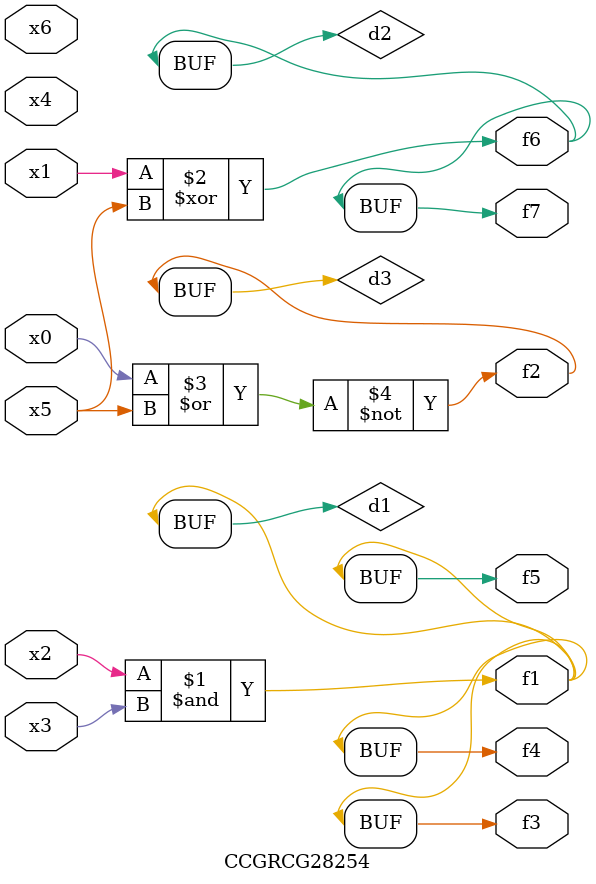
<source format=v>
module CCGRCG28254(
	input x0, x1, x2, x3, x4, x5, x6,
	output f1, f2, f3, f4, f5, f6, f7
);

	wire d1, d2, d3;

	and (d1, x2, x3);
	xor (d2, x1, x5);
	nor (d3, x0, x5);
	assign f1 = d1;
	assign f2 = d3;
	assign f3 = d1;
	assign f4 = d1;
	assign f5 = d1;
	assign f6 = d2;
	assign f7 = d2;
endmodule

</source>
